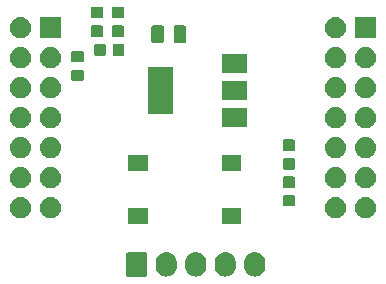
<source format=gbr>
G04 #@! TF.GenerationSoftware,KiCad,Pcbnew,6.0.0-rc1-unknown-bb2e402~66~ubuntu18.04.1*
G04 #@! TF.CreationDate,2019-04-16T15:47:46+02:00
G04 #@! TF.ProjectId,PentaESPConverter,50656e74-6145-4535-9043-6f6e76657274,rev?*
G04 #@! TF.SameCoordinates,Original*
G04 #@! TF.FileFunction,Soldermask,Bot*
G04 #@! TF.FilePolarity,Negative*
%FSLAX46Y46*%
G04 Gerber Fmt 4.6, Leading zero omitted, Abs format (unit mm)*
G04 Created by KiCad (PCBNEW 6.0.0-rc1-unknown-bb2e402~66~ubuntu18.04.1) date Di 16 Apr 2019 15:47:46 CEST*
%MOMM*%
%LPD*%
G04 APERTURE LIST*
%ADD10C,0.100000*%
G04 APERTURE END LIST*
D10*
G36*
X133169126Y-118621037D02*
G01*
X133282352Y-118655384D01*
X133338966Y-118672557D01*
X133495489Y-118756221D01*
X133632686Y-118868814D01*
X133715948Y-118970271D01*
X133745278Y-119006009D01*
X133745279Y-119006011D01*
X133828943Y-119162533D01*
X133846116Y-119219147D01*
X133880463Y-119332373D01*
X133893500Y-119464742D01*
X133893500Y-119803257D01*
X133880463Y-119935626D01*
X133828943Y-120105466D01*
X133745278Y-120261991D01*
X133745277Y-120261992D01*
X133632686Y-120399186D01*
X133537751Y-120477096D01*
X133495491Y-120511778D01*
X133495489Y-120511779D01*
X133338967Y-120595443D01*
X133298234Y-120607799D01*
X133169127Y-120646963D01*
X132992500Y-120664359D01*
X132815874Y-120646963D01*
X132686767Y-120607799D01*
X132646034Y-120595443D01*
X132489512Y-120511779D01*
X132489510Y-120511778D01*
X132352316Y-120399186D01*
X132352312Y-120399183D01*
X132239722Y-120261992D01*
X132156057Y-120105467D01*
X132138884Y-120048853D01*
X132104537Y-119935627D01*
X132091500Y-119803258D01*
X132091500Y-119464743D01*
X132104537Y-119332374D01*
X132156057Y-119162535D01*
X132156057Y-119162534D01*
X132239721Y-119006011D01*
X132352314Y-118868814D01*
X132453771Y-118785552D01*
X132489509Y-118756222D01*
X132507413Y-118746652D01*
X132646033Y-118672557D01*
X132702647Y-118655384D01*
X132815873Y-118621037D01*
X132992500Y-118603641D01*
X133169126Y-118621037D01*
X133169126Y-118621037D01*
G37*
G36*
X135669126Y-118621037D02*
G01*
X135782352Y-118655384D01*
X135838966Y-118672557D01*
X135995489Y-118756221D01*
X136132686Y-118868814D01*
X136215948Y-118970271D01*
X136245278Y-119006009D01*
X136245279Y-119006011D01*
X136328943Y-119162533D01*
X136346116Y-119219147D01*
X136380463Y-119332373D01*
X136393500Y-119464742D01*
X136393500Y-119803257D01*
X136380463Y-119935626D01*
X136328943Y-120105466D01*
X136245278Y-120261991D01*
X136245277Y-120261992D01*
X136132686Y-120399186D01*
X136037751Y-120477096D01*
X135995491Y-120511778D01*
X135995489Y-120511779D01*
X135838967Y-120595443D01*
X135798234Y-120607799D01*
X135669127Y-120646963D01*
X135492500Y-120664359D01*
X135315874Y-120646963D01*
X135186767Y-120607799D01*
X135146034Y-120595443D01*
X134989512Y-120511779D01*
X134989510Y-120511778D01*
X134852316Y-120399186D01*
X134852312Y-120399183D01*
X134739722Y-120261992D01*
X134656057Y-120105467D01*
X134638884Y-120048853D01*
X134604537Y-119935627D01*
X134591500Y-119803258D01*
X134591500Y-119464743D01*
X134604537Y-119332374D01*
X134656057Y-119162535D01*
X134656057Y-119162534D01*
X134739721Y-119006011D01*
X134852314Y-118868814D01*
X134953771Y-118785552D01*
X134989509Y-118756222D01*
X135007413Y-118746652D01*
X135146033Y-118672557D01*
X135202647Y-118655384D01*
X135315873Y-118621037D01*
X135492500Y-118603641D01*
X135669126Y-118621037D01*
X135669126Y-118621037D01*
G37*
G36*
X138169126Y-118621037D02*
G01*
X138282352Y-118655384D01*
X138338966Y-118672557D01*
X138495489Y-118756221D01*
X138632686Y-118868814D01*
X138715948Y-118970271D01*
X138745278Y-119006009D01*
X138745279Y-119006011D01*
X138828943Y-119162533D01*
X138846116Y-119219147D01*
X138880463Y-119332373D01*
X138893500Y-119464742D01*
X138893500Y-119803257D01*
X138880463Y-119935626D01*
X138828943Y-120105466D01*
X138745278Y-120261991D01*
X138745277Y-120261992D01*
X138632686Y-120399186D01*
X138537751Y-120477096D01*
X138495491Y-120511778D01*
X138495489Y-120511779D01*
X138338967Y-120595443D01*
X138298234Y-120607799D01*
X138169127Y-120646963D01*
X137992500Y-120664359D01*
X137815874Y-120646963D01*
X137686767Y-120607799D01*
X137646034Y-120595443D01*
X137489512Y-120511779D01*
X137489510Y-120511778D01*
X137352316Y-120399186D01*
X137352312Y-120399183D01*
X137239722Y-120261992D01*
X137156057Y-120105467D01*
X137138884Y-120048853D01*
X137104537Y-119935627D01*
X137091500Y-119803258D01*
X137091500Y-119464743D01*
X137104537Y-119332374D01*
X137156057Y-119162535D01*
X137156057Y-119162534D01*
X137239721Y-119006011D01*
X137352314Y-118868814D01*
X137453771Y-118785552D01*
X137489509Y-118756222D01*
X137507413Y-118746652D01*
X137646033Y-118672557D01*
X137702647Y-118655384D01*
X137815873Y-118621037D01*
X137992500Y-118603641D01*
X138169126Y-118621037D01*
X138169126Y-118621037D01*
G37*
G36*
X140669126Y-118621037D02*
G01*
X140782352Y-118655384D01*
X140838966Y-118672557D01*
X140995489Y-118756221D01*
X141132686Y-118868814D01*
X141215948Y-118970271D01*
X141245278Y-119006009D01*
X141245279Y-119006011D01*
X141328943Y-119162533D01*
X141346116Y-119219147D01*
X141380463Y-119332373D01*
X141393500Y-119464742D01*
X141393500Y-119803257D01*
X141380463Y-119935626D01*
X141328943Y-120105466D01*
X141245278Y-120261991D01*
X141245277Y-120261992D01*
X141132686Y-120399186D01*
X141037751Y-120477096D01*
X140995491Y-120511778D01*
X140995489Y-120511779D01*
X140838967Y-120595443D01*
X140798234Y-120607799D01*
X140669127Y-120646963D01*
X140492500Y-120664359D01*
X140315874Y-120646963D01*
X140186767Y-120607799D01*
X140146034Y-120595443D01*
X139989512Y-120511779D01*
X139989510Y-120511778D01*
X139852316Y-120399186D01*
X139852312Y-120399183D01*
X139739722Y-120261992D01*
X139656057Y-120105467D01*
X139638884Y-120048853D01*
X139604537Y-119935627D01*
X139591500Y-119803258D01*
X139591500Y-119464743D01*
X139604537Y-119332374D01*
X139656057Y-119162535D01*
X139656057Y-119162534D01*
X139739721Y-119006011D01*
X139852314Y-118868814D01*
X139953771Y-118785552D01*
X139989509Y-118756222D01*
X140007413Y-118746652D01*
X140146033Y-118672557D01*
X140202647Y-118655384D01*
X140315873Y-118621037D01*
X140492500Y-118603641D01*
X140669126Y-118621037D01*
X140669126Y-118621037D01*
G37*
G36*
X131251100Y-118611989D02*
G01*
X131284149Y-118622014D01*
X131314606Y-118638294D01*
X131341299Y-118660201D01*
X131363206Y-118686894D01*
X131379486Y-118717351D01*
X131389511Y-118750400D01*
X131393500Y-118790904D01*
X131393500Y-120477096D01*
X131389511Y-120517600D01*
X131379486Y-120550649D01*
X131363206Y-120581106D01*
X131341299Y-120607799D01*
X131314606Y-120629706D01*
X131284149Y-120645986D01*
X131251100Y-120656011D01*
X131210596Y-120660000D01*
X129774404Y-120660000D01*
X129733900Y-120656011D01*
X129700851Y-120645986D01*
X129670394Y-120629706D01*
X129643701Y-120607799D01*
X129621794Y-120581106D01*
X129605514Y-120550649D01*
X129595489Y-120517600D01*
X129591500Y-120477096D01*
X129591500Y-118790904D01*
X129595489Y-118750400D01*
X129605514Y-118717351D01*
X129621794Y-118686894D01*
X129643701Y-118660201D01*
X129670394Y-118638294D01*
X129700851Y-118622014D01*
X129733900Y-118611989D01*
X129774404Y-118608000D01*
X131210596Y-118608000D01*
X131251100Y-118611989D01*
X131251100Y-118611989D01*
G37*
G36*
X139357500Y-116235000D02*
G01*
X137705500Y-116235000D01*
X137705500Y-114833000D01*
X139357500Y-114833000D01*
X139357500Y-116235000D01*
X139357500Y-116235000D01*
G37*
G36*
X131407500Y-116235000D02*
G01*
X129755500Y-116235000D01*
X129755500Y-114833000D01*
X131407500Y-114833000D01*
X131407500Y-116235000D01*
X131407500Y-116235000D01*
G37*
G36*
X149970442Y-113913518D02*
G01*
X150036627Y-113920037D01*
X150117597Y-113944599D01*
X150206467Y-113971557D01*
X150245180Y-113992250D01*
X150362991Y-114055222D01*
X150398729Y-114084552D01*
X150500186Y-114167814D01*
X150583448Y-114269271D01*
X150612778Y-114305009D01*
X150612779Y-114305011D01*
X150696443Y-114461533D01*
X150696443Y-114461534D01*
X150747963Y-114631373D01*
X150765359Y-114808000D01*
X150747963Y-114984627D01*
X150713616Y-115097853D01*
X150696443Y-115154467D01*
X150622348Y-115293087D01*
X150612778Y-115310991D01*
X150583448Y-115346729D01*
X150500186Y-115448186D01*
X150398729Y-115531448D01*
X150362991Y-115560778D01*
X150362989Y-115560779D01*
X150206467Y-115644443D01*
X150149853Y-115661616D01*
X150036627Y-115695963D01*
X149970442Y-115702482D01*
X149904260Y-115709000D01*
X149815740Y-115709000D01*
X149749558Y-115702482D01*
X149683373Y-115695963D01*
X149570147Y-115661616D01*
X149513533Y-115644443D01*
X149357011Y-115560779D01*
X149357009Y-115560778D01*
X149321271Y-115531448D01*
X149219814Y-115448186D01*
X149136552Y-115346729D01*
X149107222Y-115310991D01*
X149097652Y-115293087D01*
X149023557Y-115154467D01*
X149006384Y-115097853D01*
X148972037Y-114984627D01*
X148954641Y-114808000D01*
X148972037Y-114631373D01*
X149023557Y-114461534D01*
X149023557Y-114461533D01*
X149107221Y-114305011D01*
X149107222Y-114305009D01*
X149136552Y-114269271D01*
X149219814Y-114167814D01*
X149321271Y-114084552D01*
X149357009Y-114055222D01*
X149474820Y-113992250D01*
X149513533Y-113971557D01*
X149602403Y-113944599D01*
X149683373Y-113920037D01*
X149749558Y-113913518D01*
X149815740Y-113907000D01*
X149904260Y-113907000D01*
X149970442Y-113913518D01*
X149970442Y-113913518D01*
G37*
G36*
X147430442Y-113913518D02*
G01*
X147496627Y-113920037D01*
X147577597Y-113944599D01*
X147666467Y-113971557D01*
X147705180Y-113992250D01*
X147822991Y-114055222D01*
X147858729Y-114084552D01*
X147960186Y-114167814D01*
X148043448Y-114269271D01*
X148072778Y-114305009D01*
X148072779Y-114305011D01*
X148156443Y-114461533D01*
X148156443Y-114461534D01*
X148207963Y-114631373D01*
X148225359Y-114808000D01*
X148207963Y-114984627D01*
X148173616Y-115097853D01*
X148156443Y-115154467D01*
X148082348Y-115293087D01*
X148072778Y-115310991D01*
X148043448Y-115346729D01*
X147960186Y-115448186D01*
X147858729Y-115531448D01*
X147822991Y-115560778D01*
X147822989Y-115560779D01*
X147666467Y-115644443D01*
X147609853Y-115661616D01*
X147496627Y-115695963D01*
X147430442Y-115702482D01*
X147364260Y-115709000D01*
X147275740Y-115709000D01*
X147209558Y-115702482D01*
X147143373Y-115695963D01*
X147030147Y-115661616D01*
X146973533Y-115644443D01*
X146817011Y-115560779D01*
X146817009Y-115560778D01*
X146781271Y-115531448D01*
X146679814Y-115448186D01*
X146596552Y-115346729D01*
X146567222Y-115310991D01*
X146557652Y-115293087D01*
X146483557Y-115154467D01*
X146466384Y-115097853D01*
X146432037Y-114984627D01*
X146414641Y-114808000D01*
X146432037Y-114631373D01*
X146483557Y-114461534D01*
X146483557Y-114461533D01*
X146567221Y-114305011D01*
X146567222Y-114305009D01*
X146596552Y-114269271D01*
X146679814Y-114167814D01*
X146781271Y-114084552D01*
X146817009Y-114055222D01*
X146934820Y-113992250D01*
X146973533Y-113971557D01*
X147062403Y-113944599D01*
X147143373Y-113920037D01*
X147209558Y-113913518D01*
X147275740Y-113907000D01*
X147364260Y-113907000D01*
X147430442Y-113913518D01*
X147430442Y-113913518D01*
G37*
G36*
X120760442Y-113913518D02*
G01*
X120826627Y-113920037D01*
X120907597Y-113944599D01*
X120996467Y-113971557D01*
X121035180Y-113992250D01*
X121152991Y-114055222D01*
X121188729Y-114084552D01*
X121290186Y-114167814D01*
X121373448Y-114269271D01*
X121402778Y-114305009D01*
X121402779Y-114305011D01*
X121486443Y-114461533D01*
X121486443Y-114461534D01*
X121537963Y-114631373D01*
X121555359Y-114808000D01*
X121537963Y-114984627D01*
X121503616Y-115097853D01*
X121486443Y-115154467D01*
X121412348Y-115293087D01*
X121402778Y-115310991D01*
X121373448Y-115346729D01*
X121290186Y-115448186D01*
X121188729Y-115531448D01*
X121152991Y-115560778D01*
X121152989Y-115560779D01*
X120996467Y-115644443D01*
X120939853Y-115661616D01*
X120826627Y-115695963D01*
X120760442Y-115702482D01*
X120694260Y-115709000D01*
X120605740Y-115709000D01*
X120539558Y-115702482D01*
X120473373Y-115695963D01*
X120360147Y-115661616D01*
X120303533Y-115644443D01*
X120147011Y-115560779D01*
X120147009Y-115560778D01*
X120111271Y-115531448D01*
X120009814Y-115448186D01*
X119926552Y-115346729D01*
X119897222Y-115310991D01*
X119887652Y-115293087D01*
X119813557Y-115154467D01*
X119796384Y-115097853D01*
X119762037Y-114984627D01*
X119744641Y-114808000D01*
X119762037Y-114631373D01*
X119813557Y-114461534D01*
X119813557Y-114461533D01*
X119897221Y-114305011D01*
X119897222Y-114305009D01*
X119926552Y-114269271D01*
X120009814Y-114167814D01*
X120111271Y-114084552D01*
X120147009Y-114055222D01*
X120264820Y-113992250D01*
X120303533Y-113971557D01*
X120392403Y-113944599D01*
X120473373Y-113920037D01*
X120539558Y-113913518D01*
X120605740Y-113907000D01*
X120694260Y-113907000D01*
X120760442Y-113913518D01*
X120760442Y-113913518D01*
G37*
G36*
X123300442Y-113913518D02*
G01*
X123366627Y-113920037D01*
X123447597Y-113944599D01*
X123536467Y-113971557D01*
X123575180Y-113992250D01*
X123692991Y-114055222D01*
X123728729Y-114084552D01*
X123830186Y-114167814D01*
X123913448Y-114269271D01*
X123942778Y-114305009D01*
X123942779Y-114305011D01*
X124026443Y-114461533D01*
X124026443Y-114461534D01*
X124077963Y-114631373D01*
X124095359Y-114808000D01*
X124077963Y-114984627D01*
X124043616Y-115097853D01*
X124026443Y-115154467D01*
X123952348Y-115293087D01*
X123942778Y-115310991D01*
X123913448Y-115346729D01*
X123830186Y-115448186D01*
X123728729Y-115531448D01*
X123692991Y-115560778D01*
X123692989Y-115560779D01*
X123536467Y-115644443D01*
X123479853Y-115661616D01*
X123366627Y-115695963D01*
X123300442Y-115702482D01*
X123234260Y-115709000D01*
X123145740Y-115709000D01*
X123079558Y-115702482D01*
X123013373Y-115695963D01*
X122900147Y-115661616D01*
X122843533Y-115644443D01*
X122687011Y-115560779D01*
X122687009Y-115560778D01*
X122651271Y-115531448D01*
X122549814Y-115448186D01*
X122466552Y-115346729D01*
X122437222Y-115310991D01*
X122427652Y-115293087D01*
X122353557Y-115154467D01*
X122336384Y-115097853D01*
X122302037Y-114984627D01*
X122284641Y-114808000D01*
X122302037Y-114631373D01*
X122353557Y-114461534D01*
X122353557Y-114461533D01*
X122437221Y-114305011D01*
X122437222Y-114305009D01*
X122466552Y-114269271D01*
X122549814Y-114167814D01*
X122651271Y-114084552D01*
X122687009Y-114055222D01*
X122804820Y-113992250D01*
X122843533Y-113971557D01*
X122932403Y-113944599D01*
X123013373Y-113920037D01*
X123079558Y-113913518D01*
X123145740Y-113907000D01*
X123234260Y-113907000D01*
X123300442Y-113913518D01*
X123300442Y-113913518D01*
G37*
G36*
X143762591Y-113752085D02*
G01*
X143796569Y-113762393D01*
X143827887Y-113779133D01*
X143855339Y-113801661D01*
X143877867Y-113829113D01*
X143894607Y-113860431D01*
X143904915Y-113894409D01*
X143909000Y-113935890D01*
X143909000Y-114537110D01*
X143904915Y-114578591D01*
X143894607Y-114612569D01*
X143877867Y-114643887D01*
X143855339Y-114671339D01*
X143827887Y-114693867D01*
X143796569Y-114710607D01*
X143762591Y-114720915D01*
X143721110Y-114725000D01*
X143044890Y-114725000D01*
X143003409Y-114720915D01*
X142969431Y-114710607D01*
X142938113Y-114693867D01*
X142910661Y-114671339D01*
X142888133Y-114643887D01*
X142871393Y-114612569D01*
X142861085Y-114578591D01*
X142857000Y-114537110D01*
X142857000Y-113935890D01*
X142861085Y-113894409D01*
X142871393Y-113860431D01*
X142888133Y-113829113D01*
X142910661Y-113801661D01*
X142938113Y-113779133D01*
X142969431Y-113762393D01*
X143003409Y-113752085D01*
X143044890Y-113748000D01*
X143721110Y-113748000D01*
X143762591Y-113752085D01*
X143762591Y-113752085D01*
G37*
G36*
X120760443Y-111373519D02*
G01*
X120826627Y-111380037D01*
X120906944Y-111404401D01*
X120996467Y-111431557D01*
X121103127Y-111488569D01*
X121152991Y-111515222D01*
X121158675Y-111519887D01*
X121290186Y-111627814D01*
X121373448Y-111729271D01*
X121402778Y-111765009D01*
X121402779Y-111765011D01*
X121486443Y-111921533D01*
X121486443Y-111921534D01*
X121537963Y-112091373D01*
X121555359Y-112268000D01*
X121537963Y-112444627D01*
X121503616Y-112557853D01*
X121486443Y-112614467D01*
X121412348Y-112753087D01*
X121402778Y-112770991D01*
X121373448Y-112806729D01*
X121290186Y-112908186D01*
X121224478Y-112962110D01*
X121152991Y-113020778D01*
X121152989Y-113020779D01*
X120996467Y-113104443D01*
X120939853Y-113121616D01*
X120826627Y-113155963D01*
X120760442Y-113162482D01*
X120694260Y-113169000D01*
X120605740Y-113169000D01*
X120539558Y-113162482D01*
X120473373Y-113155963D01*
X120360147Y-113121616D01*
X120303533Y-113104443D01*
X120147011Y-113020779D01*
X120147009Y-113020778D01*
X120075522Y-112962110D01*
X120009814Y-112908186D01*
X119926552Y-112806729D01*
X119897222Y-112770991D01*
X119887652Y-112753087D01*
X119813557Y-112614467D01*
X119796384Y-112557853D01*
X119762037Y-112444627D01*
X119744641Y-112268000D01*
X119762037Y-112091373D01*
X119813557Y-111921534D01*
X119813557Y-111921533D01*
X119897221Y-111765011D01*
X119897222Y-111765009D01*
X119926552Y-111729271D01*
X120009814Y-111627814D01*
X120141325Y-111519887D01*
X120147009Y-111515222D01*
X120196873Y-111488569D01*
X120303533Y-111431557D01*
X120393056Y-111404401D01*
X120473373Y-111380037D01*
X120539557Y-111373519D01*
X120605740Y-111367000D01*
X120694260Y-111367000D01*
X120760443Y-111373519D01*
X120760443Y-111373519D01*
G37*
G36*
X147430443Y-111373519D02*
G01*
X147496627Y-111380037D01*
X147576944Y-111404401D01*
X147666467Y-111431557D01*
X147773127Y-111488569D01*
X147822991Y-111515222D01*
X147828675Y-111519887D01*
X147960186Y-111627814D01*
X148043448Y-111729271D01*
X148072778Y-111765009D01*
X148072779Y-111765011D01*
X148156443Y-111921533D01*
X148156443Y-111921534D01*
X148207963Y-112091373D01*
X148225359Y-112268000D01*
X148207963Y-112444627D01*
X148173616Y-112557853D01*
X148156443Y-112614467D01*
X148082348Y-112753087D01*
X148072778Y-112770991D01*
X148043448Y-112806729D01*
X147960186Y-112908186D01*
X147894478Y-112962110D01*
X147822991Y-113020778D01*
X147822989Y-113020779D01*
X147666467Y-113104443D01*
X147609853Y-113121616D01*
X147496627Y-113155963D01*
X147430442Y-113162482D01*
X147364260Y-113169000D01*
X147275740Y-113169000D01*
X147209558Y-113162482D01*
X147143373Y-113155963D01*
X147030147Y-113121616D01*
X146973533Y-113104443D01*
X146817011Y-113020779D01*
X146817009Y-113020778D01*
X146745522Y-112962110D01*
X146679814Y-112908186D01*
X146596552Y-112806729D01*
X146567222Y-112770991D01*
X146557652Y-112753087D01*
X146483557Y-112614467D01*
X146466384Y-112557853D01*
X146432037Y-112444627D01*
X146414641Y-112268000D01*
X146432037Y-112091373D01*
X146483557Y-111921534D01*
X146483557Y-111921533D01*
X146567221Y-111765011D01*
X146567222Y-111765009D01*
X146596552Y-111729271D01*
X146679814Y-111627814D01*
X146811325Y-111519887D01*
X146817009Y-111515222D01*
X146866873Y-111488569D01*
X146973533Y-111431557D01*
X147063056Y-111404401D01*
X147143373Y-111380037D01*
X147209557Y-111373519D01*
X147275740Y-111367000D01*
X147364260Y-111367000D01*
X147430443Y-111373519D01*
X147430443Y-111373519D01*
G37*
G36*
X149970443Y-111373519D02*
G01*
X150036627Y-111380037D01*
X150116944Y-111404401D01*
X150206467Y-111431557D01*
X150313127Y-111488569D01*
X150362991Y-111515222D01*
X150368675Y-111519887D01*
X150500186Y-111627814D01*
X150583448Y-111729271D01*
X150612778Y-111765009D01*
X150612779Y-111765011D01*
X150696443Y-111921533D01*
X150696443Y-111921534D01*
X150747963Y-112091373D01*
X150765359Y-112268000D01*
X150747963Y-112444627D01*
X150713616Y-112557853D01*
X150696443Y-112614467D01*
X150622348Y-112753087D01*
X150612778Y-112770991D01*
X150583448Y-112806729D01*
X150500186Y-112908186D01*
X150434478Y-112962110D01*
X150362991Y-113020778D01*
X150362989Y-113020779D01*
X150206467Y-113104443D01*
X150149853Y-113121616D01*
X150036627Y-113155963D01*
X149970442Y-113162482D01*
X149904260Y-113169000D01*
X149815740Y-113169000D01*
X149749558Y-113162482D01*
X149683373Y-113155963D01*
X149570147Y-113121616D01*
X149513533Y-113104443D01*
X149357011Y-113020779D01*
X149357009Y-113020778D01*
X149285522Y-112962110D01*
X149219814Y-112908186D01*
X149136552Y-112806729D01*
X149107222Y-112770991D01*
X149097652Y-112753087D01*
X149023557Y-112614467D01*
X149006384Y-112557853D01*
X148972037Y-112444627D01*
X148954641Y-112268000D01*
X148972037Y-112091373D01*
X149023557Y-111921534D01*
X149023557Y-111921533D01*
X149107221Y-111765011D01*
X149107222Y-111765009D01*
X149136552Y-111729271D01*
X149219814Y-111627814D01*
X149351325Y-111519887D01*
X149357009Y-111515222D01*
X149406873Y-111488569D01*
X149513533Y-111431557D01*
X149603056Y-111404401D01*
X149683373Y-111380037D01*
X149749557Y-111373519D01*
X149815740Y-111367000D01*
X149904260Y-111367000D01*
X149970443Y-111373519D01*
X149970443Y-111373519D01*
G37*
G36*
X123300443Y-111373519D02*
G01*
X123366627Y-111380037D01*
X123446944Y-111404401D01*
X123536467Y-111431557D01*
X123643127Y-111488569D01*
X123692991Y-111515222D01*
X123698675Y-111519887D01*
X123830186Y-111627814D01*
X123913448Y-111729271D01*
X123942778Y-111765009D01*
X123942779Y-111765011D01*
X124026443Y-111921533D01*
X124026443Y-111921534D01*
X124077963Y-112091373D01*
X124095359Y-112268000D01*
X124077963Y-112444627D01*
X124043616Y-112557853D01*
X124026443Y-112614467D01*
X123952348Y-112753087D01*
X123942778Y-112770991D01*
X123913448Y-112806729D01*
X123830186Y-112908186D01*
X123764478Y-112962110D01*
X123692991Y-113020778D01*
X123692989Y-113020779D01*
X123536467Y-113104443D01*
X123479853Y-113121616D01*
X123366627Y-113155963D01*
X123300442Y-113162482D01*
X123234260Y-113169000D01*
X123145740Y-113169000D01*
X123079558Y-113162482D01*
X123013373Y-113155963D01*
X122900147Y-113121616D01*
X122843533Y-113104443D01*
X122687011Y-113020779D01*
X122687009Y-113020778D01*
X122615522Y-112962110D01*
X122549814Y-112908186D01*
X122466552Y-112806729D01*
X122437222Y-112770991D01*
X122427652Y-112753087D01*
X122353557Y-112614467D01*
X122336384Y-112557853D01*
X122302037Y-112444627D01*
X122284641Y-112268000D01*
X122302037Y-112091373D01*
X122353557Y-111921534D01*
X122353557Y-111921533D01*
X122437221Y-111765011D01*
X122437222Y-111765009D01*
X122466552Y-111729271D01*
X122549814Y-111627814D01*
X122681325Y-111519887D01*
X122687009Y-111515222D01*
X122736873Y-111488569D01*
X122843533Y-111431557D01*
X122933056Y-111404401D01*
X123013373Y-111380037D01*
X123079557Y-111373519D01*
X123145740Y-111367000D01*
X123234260Y-111367000D01*
X123300443Y-111373519D01*
X123300443Y-111373519D01*
G37*
G36*
X143762591Y-112177085D02*
G01*
X143796569Y-112187393D01*
X143827887Y-112204133D01*
X143855339Y-112226661D01*
X143877867Y-112254113D01*
X143894607Y-112285431D01*
X143904915Y-112319409D01*
X143909000Y-112360890D01*
X143909000Y-112962110D01*
X143904915Y-113003591D01*
X143894607Y-113037569D01*
X143877867Y-113068887D01*
X143855339Y-113096339D01*
X143827887Y-113118867D01*
X143796569Y-113135607D01*
X143762591Y-113145915D01*
X143721110Y-113150000D01*
X143044890Y-113150000D01*
X143003409Y-113145915D01*
X142969431Y-113135607D01*
X142938113Y-113118867D01*
X142910661Y-113096339D01*
X142888133Y-113068887D01*
X142871393Y-113037569D01*
X142861085Y-113003591D01*
X142857000Y-112962110D01*
X142857000Y-112360890D01*
X142861085Y-112319409D01*
X142871393Y-112285431D01*
X142888133Y-112254113D01*
X142910661Y-112226661D01*
X142938113Y-112204133D01*
X142969431Y-112187393D01*
X143003409Y-112177085D01*
X143044890Y-112173000D01*
X143721110Y-112173000D01*
X143762591Y-112177085D01*
X143762591Y-112177085D01*
G37*
G36*
X139357500Y-111735000D02*
G01*
X137705500Y-111735000D01*
X137705500Y-110333000D01*
X139357500Y-110333000D01*
X139357500Y-111735000D01*
X139357500Y-111735000D01*
G37*
G36*
X131407500Y-111735000D02*
G01*
X129755500Y-111735000D01*
X129755500Y-110333000D01*
X131407500Y-110333000D01*
X131407500Y-111735000D01*
X131407500Y-111735000D01*
G37*
G36*
X143762591Y-110628085D02*
G01*
X143796569Y-110638393D01*
X143827887Y-110655133D01*
X143855339Y-110677661D01*
X143877867Y-110705113D01*
X143894607Y-110736431D01*
X143904915Y-110770409D01*
X143909000Y-110811890D01*
X143909000Y-111413110D01*
X143904915Y-111454591D01*
X143894607Y-111488569D01*
X143877867Y-111519887D01*
X143855339Y-111547339D01*
X143827887Y-111569867D01*
X143796569Y-111586607D01*
X143762591Y-111596915D01*
X143721110Y-111601000D01*
X143044890Y-111601000D01*
X143003409Y-111596915D01*
X142969431Y-111586607D01*
X142938113Y-111569867D01*
X142910661Y-111547339D01*
X142888133Y-111519887D01*
X142871393Y-111488569D01*
X142861085Y-111454591D01*
X142857000Y-111413110D01*
X142857000Y-110811890D01*
X142861085Y-110770409D01*
X142871393Y-110736431D01*
X142888133Y-110705113D01*
X142910661Y-110677661D01*
X142938113Y-110655133D01*
X142969431Y-110638393D01*
X143003409Y-110628085D01*
X143044890Y-110624000D01*
X143721110Y-110624000D01*
X143762591Y-110628085D01*
X143762591Y-110628085D01*
G37*
G36*
X120760443Y-108833519D02*
G01*
X120826627Y-108840037D01*
X120939853Y-108874384D01*
X120996467Y-108891557D01*
X121135087Y-108965652D01*
X121152991Y-108975222D01*
X121188729Y-109004552D01*
X121290186Y-109087814D01*
X121350601Y-109161431D01*
X121402778Y-109225009D01*
X121402779Y-109225011D01*
X121486443Y-109381533D01*
X121486443Y-109381534D01*
X121537963Y-109551373D01*
X121555359Y-109728000D01*
X121537963Y-109904627D01*
X121525750Y-109944887D01*
X121486443Y-110074467D01*
X121412348Y-110213087D01*
X121402778Y-110230991D01*
X121373448Y-110266729D01*
X121290186Y-110368186D01*
X121188729Y-110451448D01*
X121152991Y-110480778D01*
X121152989Y-110480779D01*
X120996467Y-110564443D01*
X120939853Y-110581616D01*
X120826627Y-110615963D01*
X120760442Y-110622482D01*
X120694260Y-110629000D01*
X120605740Y-110629000D01*
X120539558Y-110622482D01*
X120473373Y-110615963D01*
X120360147Y-110581616D01*
X120303533Y-110564443D01*
X120147011Y-110480779D01*
X120147009Y-110480778D01*
X120111271Y-110451448D01*
X120009814Y-110368186D01*
X119926552Y-110266729D01*
X119897222Y-110230991D01*
X119887652Y-110213087D01*
X119813557Y-110074467D01*
X119774250Y-109944887D01*
X119762037Y-109904627D01*
X119744641Y-109728000D01*
X119762037Y-109551373D01*
X119813557Y-109381534D01*
X119813557Y-109381533D01*
X119897221Y-109225011D01*
X119897222Y-109225009D01*
X119949399Y-109161431D01*
X120009814Y-109087814D01*
X120111271Y-109004552D01*
X120147009Y-108975222D01*
X120164913Y-108965652D01*
X120303533Y-108891557D01*
X120360147Y-108874384D01*
X120473373Y-108840037D01*
X120539557Y-108833519D01*
X120605740Y-108827000D01*
X120694260Y-108827000D01*
X120760443Y-108833519D01*
X120760443Y-108833519D01*
G37*
G36*
X123300443Y-108833519D02*
G01*
X123366627Y-108840037D01*
X123479853Y-108874384D01*
X123536467Y-108891557D01*
X123675087Y-108965652D01*
X123692991Y-108975222D01*
X123728729Y-109004552D01*
X123830186Y-109087814D01*
X123890601Y-109161431D01*
X123942778Y-109225009D01*
X123942779Y-109225011D01*
X124026443Y-109381533D01*
X124026443Y-109381534D01*
X124077963Y-109551373D01*
X124095359Y-109728000D01*
X124077963Y-109904627D01*
X124065750Y-109944887D01*
X124026443Y-110074467D01*
X123952348Y-110213087D01*
X123942778Y-110230991D01*
X123913448Y-110266729D01*
X123830186Y-110368186D01*
X123728729Y-110451448D01*
X123692991Y-110480778D01*
X123692989Y-110480779D01*
X123536467Y-110564443D01*
X123479853Y-110581616D01*
X123366627Y-110615963D01*
X123300442Y-110622482D01*
X123234260Y-110629000D01*
X123145740Y-110629000D01*
X123079558Y-110622482D01*
X123013373Y-110615963D01*
X122900147Y-110581616D01*
X122843533Y-110564443D01*
X122687011Y-110480779D01*
X122687009Y-110480778D01*
X122651271Y-110451448D01*
X122549814Y-110368186D01*
X122466552Y-110266729D01*
X122437222Y-110230991D01*
X122427652Y-110213087D01*
X122353557Y-110074467D01*
X122314250Y-109944887D01*
X122302037Y-109904627D01*
X122284641Y-109728000D01*
X122302037Y-109551373D01*
X122353557Y-109381534D01*
X122353557Y-109381533D01*
X122437221Y-109225011D01*
X122437222Y-109225009D01*
X122489399Y-109161431D01*
X122549814Y-109087814D01*
X122651271Y-109004552D01*
X122687009Y-108975222D01*
X122704913Y-108965652D01*
X122843533Y-108891557D01*
X122900147Y-108874384D01*
X123013373Y-108840037D01*
X123079557Y-108833519D01*
X123145740Y-108827000D01*
X123234260Y-108827000D01*
X123300443Y-108833519D01*
X123300443Y-108833519D01*
G37*
G36*
X149970443Y-108833519D02*
G01*
X150036627Y-108840037D01*
X150149853Y-108874384D01*
X150206467Y-108891557D01*
X150345087Y-108965652D01*
X150362991Y-108975222D01*
X150398729Y-109004552D01*
X150500186Y-109087814D01*
X150560601Y-109161431D01*
X150612778Y-109225009D01*
X150612779Y-109225011D01*
X150696443Y-109381533D01*
X150696443Y-109381534D01*
X150747963Y-109551373D01*
X150765359Y-109728000D01*
X150747963Y-109904627D01*
X150735750Y-109944887D01*
X150696443Y-110074467D01*
X150622348Y-110213087D01*
X150612778Y-110230991D01*
X150583448Y-110266729D01*
X150500186Y-110368186D01*
X150398729Y-110451448D01*
X150362991Y-110480778D01*
X150362989Y-110480779D01*
X150206467Y-110564443D01*
X150149853Y-110581616D01*
X150036627Y-110615963D01*
X149970442Y-110622482D01*
X149904260Y-110629000D01*
X149815740Y-110629000D01*
X149749558Y-110622482D01*
X149683373Y-110615963D01*
X149570147Y-110581616D01*
X149513533Y-110564443D01*
X149357011Y-110480779D01*
X149357009Y-110480778D01*
X149321271Y-110451448D01*
X149219814Y-110368186D01*
X149136552Y-110266729D01*
X149107222Y-110230991D01*
X149097652Y-110213087D01*
X149023557Y-110074467D01*
X148984250Y-109944887D01*
X148972037Y-109904627D01*
X148954641Y-109728000D01*
X148972037Y-109551373D01*
X149023557Y-109381534D01*
X149023557Y-109381533D01*
X149107221Y-109225011D01*
X149107222Y-109225009D01*
X149159399Y-109161431D01*
X149219814Y-109087814D01*
X149321271Y-109004552D01*
X149357009Y-108975222D01*
X149374913Y-108965652D01*
X149513533Y-108891557D01*
X149570147Y-108874384D01*
X149683373Y-108840037D01*
X149749557Y-108833519D01*
X149815740Y-108827000D01*
X149904260Y-108827000D01*
X149970443Y-108833519D01*
X149970443Y-108833519D01*
G37*
G36*
X147430443Y-108833519D02*
G01*
X147496627Y-108840037D01*
X147609853Y-108874384D01*
X147666467Y-108891557D01*
X147805087Y-108965652D01*
X147822991Y-108975222D01*
X147858729Y-109004552D01*
X147960186Y-109087814D01*
X148020601Y-109161431D01*
X148072778Y-109225009D01*
X148072779Y-109225011D01*
X148156443Y-109381533D01*
X148156443Y-109381534D01*
X148207963Y-109551373D01*
X148225359Y-109728000D01*
X148207963Y-109904627D01*
X148195750Y-109944887D01*
X148156443Y-110074467D01*
X148082348Y-110213087D01*
X148072778Y-110230991D01*
X148043448Y-110266729D01*
X147960186Y-110368186D01*
X147858729Y-110451448D01*
X147822991Y-110480778D01*
X147822989Y-110480779D01*
X147666467Y-110564443D01*
X147609853Y-110581616D01*
X147496627Y-110615963D01*
X147430442Y-110622482D01*
X147364260Y-110629000D01*
X147275740Y-110629000D01*
X147209558Y-110622482D01*
X147143373Y-110615963D01*
X147030147Y-110581616D01*
X146973533Y-110564443D01*
X146817011Y-110480779D01*
X146817009Y-110480778D01*
X146781271Y-110451448D01*
X146679814Y-110368186D01*
X146596552Y-110266729D01*
X146567222Y-110230991D01*
X146557652Y-110213087D01*
X146483557Y-110074467D01*
X146444250Y-109944887D01*
X146432037Y-109904627D01*
X146414641Y-109728000D01*
X146432037Y-109551373D01*
X146483557Y-109381534D01*
X146483557Y-109381533D01*
X146567221Y-109225011D01*
X146567222Y-109225009D01*
X146619399Y-109161431D01*
X146679814Y-109087814D01*
X146781271Y-109004552D01*
X146817009Y-108975222D01*
X146834913Y-108965652D01*
X146973533Y-108891557D01*
X147030147Y-108874384D01*
X147143373Y-108840037D01*
X147209557Y-108833519D01*
X147275740Y-108827000D01*
X147364260Y-108827000D01*
X147430443Y-108833519D01*
X147430443Y-108833519D01*
G37*
G36*
X143762591Y-109053085D02*
G01*
X143796569Y-109063393D01*
X143827887Y-109080133D01*
X143855339Y-109102661D01*
X143877867Y-109130113D01*
X143894607Y-109161431D01*
X143904915Y-109195409D01*
X143909000Y-109236890D01*
X143909000Y-109838110D01*
X143904915Y-109879591D01*
X143894607Y-109913569D01*
X143877867Y-109944887D01*
X143855339Y-109972339D01*
X143827887Y-109994867D01*
X143796569Y-110011607D01*
X143762591Y-110021915D01*
X143721110Y-110026000D01*
X143044890Y-110026000D01*
X143003409Y-110021915D01*
X142969431Y-110011607D01*
X142938113Y-109994867D01*
X142910661Y-109972339D01*
X142888133Y-109944887D01*
X142871393Y-109913569D01*
X142861085Y-109879591D01*
X142857000Y-109838110D01*
X142857000Y-109236890D01*
X142861085Y-109195409D01*
X142871393Y-109161431D01*
X142888133Y-109130113D01*
X142910661Y-109102661D01*
X142938113Y-109080133D01*
X142969431Y-109063393D01*
X143003409Y-109053085D01*
X143044890Y-109049000D01*
X143721110Y-109049000D01*
X143762591Y-109053085D01*
X143762591Y-109053085D01*
G37*
G36*
X123300442Y-106293518D02*
G01*
X123366627Y-106300037D01*
X123479853Y-106334384D01*
X123536467Y-106351557D01*
X123628967Y-106401000D01*
X123692991Y-106435222D01*
X123728729Y-106464552D01*
X123830186Y-106547814D01*
X123913448Y-106649271D01*
X123942778Y-106685009D01*
X123942779Y-106685011D01*
X124026443Y-106841533D01*
X124026443Y-106841534D01*
X124077963Y-107011373D01*
X124095359Y-107188000D01*
X124077963Y-107364627D01*
X124043616Y-107477853D01*
X124026443Y-107534467D01*
X123952348Y-107673087D01*
X123942778Y-107690991D01*
X123913448Y-107726729D01*
X123830186Y-107828186D01*
X123728729Y-107911448D01*
X123692991Y-107940778D01*
X123692989Y-107940779D01*
X123536467Y-108024443D01*
X123479853Y-108041616D01*
X123366627Y-108075963D01*
X123300442Y-108082482D01*
X123234260Y-108089000D01*
X123145740Y-108089000D01*
X123079558Y-108082482D01*
X123013373Y-108075963D01*
X122900147Y-108041616D01*
X122843533Y-108024443D01*
X122687011Y-107940779D01*
X122687009Y-107940778D01*
X122651271Y-107911448D01*
X122549814Y-107828186D01*
X122466552Y-107726729D01*
X122437222Y-107690991D01*
X122427652Y-107673087D01*
X122353557Y-107534467D01*
X122336384Y-107477853D01*
X122302037Y-107364627D01*
X122284641Y-107188000D01*
X122302037Y-107011373D01*
X122353557Y-106841534D01*
X122353557Y-106841533D01*
X122437221Y-106685011D01*
X122437222Y-106685009D01*
X122466552Y-106649271D01*
X122549814Y-106547814D01*
X122651271Y-106464552D01*
X122687009Y-106435222D01*
X122751033Y-106401000D01*
X122843533Y-106351557D01*
X122900147Y-106334384D01*
X123013373Y-106300037D01*
X123079558Y-106293518D01*
X123145740Y-106287000D01*
X123234260Y-106287000D01*
X123300442Y-106293518D01*
X123300442Y-106293518D01*
G37*
G36*
X149970442Y-106293518D02*
G01*
X150036627Y-106300037D01*
X150149853Y-106334384D01*
X150206467Y-106351557D01*
X150298967Y-106401000D01*
X150362991Y-106435222D01*
X150398729Y-106464552D01*
X150500186Y-106547814D01*
X150583448Y-106649271D01*
X150612778Y-106685009D01*
X150612779Y-106685011D01*
X150696443Y-106841533D01*
X150696443Y-106841534D01*
X150747963Y-107011373D01*
X150765359Y-107188000D01*
X150747963Y-107364627D01*
X150713616Y-107477853D01*
X150696443Y-107534467D01*
X150622348Y-107673087D01*
X150612778Y-107690991D01*
X150583448Y-107726729D01*
X150500186Y-107828186D01*
X150398729Y-107911448D01*
X150362991Y-107940778D01*
X150362989Y-107940779D01*
X150206467Y-108024443D01*
X150149853Y-108041616D01*
X150036627Y-108075963D01*
X149970442Y-108082482D01*
X149904260Y-108089000D01*
X149815740Y-108089000D01*
X149749558Y-108082482D01*
X149683373Y-108075963D01*
X149570147Y-108041616D01*
X149513533Y-108024443D01*
X149357011Y-107940779D01*
X149357009Y-107940778D01*
X149321271Y-107911448D01*
X149219814Y-107828186D01*
X149136552Y-107726729D01*
X149107222Y-107690991D01*
X149097652Y-107673087D01*
X149023557Y-107534467D01*
X149006384Y-107477853D01*
X148972037Y-107364627D01*
X148954641Y-107188000D01*
X148972037Y-107011373D01*
X149023557Y-106841534D01*
X149023557Y-106841533D01*
X149107221Y-106685011D01*
X149107222Y-106685009D01*
X149136552Y-106649271D01*
X149219814Y-106547814D01*
X149321271Y-106464552D01*
X149357009Y-106435222D01*
X149421033Y-106401000D01*
X149513533Y-106351557D01*
X149570147Y-106334384D01*
X149683373Y-106300037D01*
X149749558Y-106293518D01*
X149815740Y-106287000D01*
X149904260Y-106287000D01*
X149970442Y-106293518D01*
X149970442Y-106293518D01*
G37*
G36*
X147430442Y-106293518D02*
G01*
X147496627Y-106300037D01*
X147609853Y-106334384D01*
X147666467Y-106351557D01*
X147758967Y-106401000D01*
X147822991Y-106435222D01*
X147858729Y-106464552D01*
X147960186Y-106547814D01*
X148043448Y-106649271D01*
X148072778Y-106685009D01*
X148072779Y-106685011D01*
X148156443Y-106841533D01*
X148156443Y-106841534D01*
X148207963Y-107011373D01*
X148225359Y-107188000D01*
X148207963Y-107364627D01*
X148173616Y-107477853D01*
X148156443Y-107534467D01*
X148082348Y-107673087D01*
X148072778Y-107690991D01*
X148043448Y-107726729D01*
X147960186Y-107828186D01*
X147858729Y-107911448D01*
X147822991Y-107940778D01*
X147822989Y-107940779D01*
X147666467Y-108024443D01*
X147609853Y-108041616D01*
X147496627Y-108075963D01*
X147430442Y-108082482D01*
X147364260Y-108089000D01*
X147275740Y-108089000D01*
X147209558Y-108082482D01*
X147143373Y-108075963D01*
X147030147Y-108041616D01*
X146973533Y-108024443D01*
X146817011Y-107940779D01*
X146817009Y-107940778D01*
X146781271Y-107911448D01*
X146679814Y-107828186D01*
X146596552Y-107726729D01*
X146567222Y-107690991D01*
X146557652Y-107673087D01*
X146483557Y-107534467D01*
X146466384Y-107477853D01*
X146432037Y-107364627D01*
X146414641Y-107188000D01*
X146432037Y-107011373D01*
X146483557Y-106841534D01*
X146483557Y-106841533D01*
X146567221Y-106685011D01*
X146567222Y-106685009D01*
X146596552Y-106649271D01*
X146679814Y-106547814D01*
X146781271Y-106464552D01*
X146817009Y-106435222D01*
X146881033Y-106401000D01*
X146973533Y-106351557D01*
X147030147Y-106334384D01*
X147143373Y-106300037D01*
X147209558Y-106293518D01*
X147275740Y-106287000D01*
X147364260Y-106287000D01*
X147430442Y-106293518D01*
X147430442Y-106293518D01*
G37*
G36*
X120760442Y-106293518D02*
G01*
X120826627Y-106300037D01*
X120939853Y-106334384D01*
X120996467Y-106351557D01*
X121088967Y-106401000D01*
X121152991Y-106435222D01*
X121188729Y-106464552D01*
X121290186Y-106547814D01*
X121373448Y-106649271D01*
X121402778Y-106685009D01*
X121402779Y-106685011D01*
X121486443Y-106841533D01*
X121486443Y-106841534D01*
X121537963Y-107011373D01*
X121555359Y-107188000D01*
X121537963Y-107364627D01*
X121503616Y-107477853D01*
X121486443Y-107534467D01*
X121412348Y-107673087D01*
X121402778Y-107690991D01*
X121373448Y-107726729D01*
X121290186Y-107828186D01*
X121188729Y-107911448D01*
X121152991Y-107940778D01*
X121152989Y-107940779D01*
X120996467Y-108024443D01*
X120939853Y-108041616D01*
X120826627Y-108075963D01*
X120760442Y-108082482D01*
X120694260Y-108089000D01*
X120605740Y-108089000D01*
X120539558Y-108082482D01*
X120473373Y-108075963D01*
X120360147Y-108041616D01*
X120303533Y-108024443D01*
X120147011Y-107940779D01*
X120147009Y-107940778D01*
X120111271Y-107911448D01*
X120009814Y-107828186D01*
X119926552Y-107726729D01*
X119897222Y-107690991D01*
X119887652Y-107673087D01*
X119813557Y-107534467D01*
X119796384Y-107477853D01*
X119762037Y-107364627D01*
X119744641Y-107188000D01*
X119762037Y-107011373D01*
X119813557Y-106841534D01*
X119813557Y-106841533D01*
X119897221Y-106685011D01*
X119897222Y-106685009D01*
X119926552Y-106649271D01*
X120009814Y-106547814D01*
X120111271Y-106464552D01*
X120147009Y-106435222D01*
X120211033Y-106401000D01*
X120303533Y-106351557D01*
X120360147Y-106334384D01*
X120473373Y-106300037D01*
X120539558Y-106293518D01*
X120605740Y-106287000D01*
X120694260Y-106287000D01*
X120760442Y-106293518D01*
X120760442Y-106293518D01*
G37*
G36*
X139837000Y-108003000D02*
G01*
X137735000Y-108003000D01*
X137735000Y-106401000D01*
X139837000Y-106401000D01*
X139837000Y-108003000D01*
X139837000Y-108003000D01*
G37*
G36*
X133537000Y-106853000D02*
G01*
X131435000Y-106853000D01*
X131435000Y-102951000D01*
X133537000Y-102951000D01*
X133537000Y-106853000D01*
X133537000Y-106853000D01*
G37*
G36*
X139837000Y-105703000D02*
G01*
X137735000Y-105703000D01*
X137735000Y-104101000D01*
X139837000Y-104101000D01*
X139837000Y-105703000D01*
X139837000Y-105703000D01*
G37*
G36*
X120760442Y-103753518D02*
G01*
X120826627Y-103760037D01*
X120939853Y-103794384D01*
X120996467Y-103811557D01*
X121135087Y-103885652D01*
X121152991Y-103895222D01*
X121172705Y-103911401D01*
X121290186Y-104007814D01*
X121368554Y-104103307D01*
X121402778Y-104145009D01*
X121402779Y-104145011D01*
X121486443Y-104301533D01*
X121486443Y-104301534D01*
X121537963Y-104471373D01*
X121555359Y-104648000D01*
X121537963Y-104824627D01*
X121503616Y-104937853D01*
X121486443Y-104994467D01*
X121412348Y-105133087D01*
X121402778Y-105150991D01*
X121373448Y-105186729D01*
X121290186Y-105288186D01*
X121188729Y-105371448D01*
X121152991Y-105400778D01*
X121152989Y-105400779D01*
X120996467Y-105484443D01*
X120939853Y-105501616D01*
X120826627Y-105535963D01*
X120760442Y-105542482D01*
X120694260Y-105549000D01*
X120605740Y-105549000D01*
X120539558Y-105542482D01*
X120473373Y-105535963D01*
X120360147Y-105501616D01*
X120303533Y-105484443D01*
X120147011Y-105400779D01*
X120147009Y-105400778D01*
X120111271Y-105371448D01*
X120009814Y-105288186D01*
X119926552Y-105186729D01*
X119897222Y-105150991D01*
X119887652Y-105133087D01*
X119813557Y-104994467D01*
X119796384Y-104937853D01*
X119762037Y-104824627D01*
X119744641Y-104648000D01*
X119762037Y-104471373D01*
X119813557Y-104301534D01*
X119813557Y-104301533D01*
X119897221Y-104145011D01*
X119897222Y-104145009D01*
X119931446Y-104103307D01*
X120009814Y-104007814D01*
X120127295Y-103911401D01*
X120147009Y-103895222D01*
X120164913Y-103885652D01*
X120303533Y-103811557D01*
X120360147Y-103794384D01*
X120473373Y-103760037D01*
X120539558Y-103753518D01*
X120605740Y-103747000D01*
X120694260Y-103747000D01*
X120760442Y-103753518D01*
X120760442Y-103753518D01*
G37*
G36*
X149970442Y-103753518D02*
G01*
X150036627Y-103760037D01*
X150149853Y-103794384D01*
X150206467Y-103811557D01*
X150345087Y-103885652D01*
X150362991Y-103895222D01*
X150382705Y-103911401D01*
X150500186Y-104007814D01*
X150578554Y-104103307D01*
X150612778Y-104145009D01*
X150612779Y-104145011D01*
X150696443Y-104301533D01*
X150696443Y-104301534D01*
X150747963Y-104471373D01*
X150765359Y-104648000D01*
X150747963Y-104824627D01*
X150713616Y-104937853D01*
X150696443Y-104994467D01*
X150622348Y-105133087D01*
X150612778Y-105150991D01*
X150583448Y-105186729D01*
X150500186Y-105288186D01*
X150398729Y-105371448D01*
X150362991Y-105400778D01*
X150362989Y-105400779D01*
X150206467Y-105484443D01*
X150149853Y-105501616D01*
X150036627Y-105535963D01*
X149970442Y-105542482D01*
X149904260Y-105549000D01*
X149815740Y-105549000D01*
X149749558Y-105542482D01*
X149683373Y-105535963D01*
X149570147Y-105501616D01*
X149513533Y-105484443D01*
X149357011Y-105400779D01*
X149357009Y-105400778D01*
X149321271Y-105371448D01*
X149219814Y-105288186D01*
X149136552Y-105186729D01*
X149107222Y-105150991D01*
X149097652Y-105133087D01*
X149023557Y-104994467D01*
X149006384Y-104937853D01*
X148972037Y-104824627D01*
X148954641Y-104648000D01*
X148972037Y-104471373D01*
X149023557Y-104301534D01*
X149023557Y-104301533D01*
X149107221Y-104145011D01*
X149107222Y-104145009D01*
X149141446Y-104103307D01*
X149219814Y-104007814D01*
X149337295Y-103911401D01*
X149357009Y-103895222D01*
X149374913Y-103885652D01*
X149513533Y-103811557D01*
X149570147Y-103794384D01*
X149683373Y-103760037D01*
X149749558Y-103753518D01*
X149815740Y-103747000D01*
X149904260Y-103747000D01*
X149970442Y-103753518D01*
X149970442Y-103753518D01*
G37*
G36*
X123300442Y-103753518D02*
G01*
X123366627Y-103760037D01*
X123479853Y-103794384D01*
X123536467Y-103811557D01*
X123675087Y-103885652D01*
X123692991Y-103895222D01*
X123712705Y-103911401D01*
X123830186Y-104007814D01*
X123908554Y-104103307D01*
X123942778Y-104145009D01*
X123942779Y-104145011D01*
X124026443Y-104301533D01*
X124026443Y-104301534D01*
X124077963Y-104471373D01*
X124095359Y-104648000D01*
X124077963Y-104824627D01*
X124043616Y-104937853D01*
X124026443Y-104994467D01*
X123952348Y-105133087D01*
X123942778Y-105150991D01*
X123913448Y-105186729D01*
X123830186Y-105288186D01*
X123728729Y-105371448D01*
X123692991Y-105400778D01*
X123692989Y-105400779D01*
X123536467Y-105484443D01*
X123479853Y-105501616D01*
X123366627Y-105535963D01*
X123300442Y-105542482D01*
X123234260Y-105549000D01*
X123145740Y-105549000D01*
X123079558Y-105542482D01*
X123013373Y-105535963D01*
X122900147Y-105501616D01*
X122843533Y-105484443D01*
X122687011Y-105400779D01*
X122687009Y-105400778D01*
X122651271Y-105371448D01*
X122549814Y-105288186D01*
X122466552Y-105186729D01*
X122437222Y-105150991D01*
X122427652Y-105133087D01*
X122353557Y-104994467D01*
X122336384Y-104937853D01*
X122302037Y-104824627D01*
X122284641Y-104648000D01*
X122302037Y-104471373D01*
X122353557Y-104301534D01*
X122353557Y-104301533D01*
X122437221Y-104145011D01*
X122437222Y-104145009D01*
X122471446Y-104103307D01*
X122549814Y-104007814D01*
X122667295Y-103911401D01*
X122687009Y-103895222D01*
X122704913Y-103885652D01*
X122843533Y-103811557D01*
X122900147Y-103794384D01*
X123013373Y-103760037D01*
X123079558Y-103753518D01*
X123145740Y-103747000D01*
X123234260Y-103747000D01*
X123300442Y-103753518D01*
X123300442Y-103753518D01*
G37*
G36*
X147430442Y-103753518D02*
G01*
X147496627Y-103760037D01*
X147609853Y-103794384D01*
X147666467Y-103811557D01*
X147805087Y-103885652D01*
X147822991Y-103895222D01*
X147842705Y-103911401D01*
X147960186Y-104007814D01*
X148038554Y-104103307D01*
X148072778Y-104145009D01*
X148072779Y-104145011D01*
X148156443Y-104301533D01*
X148156443Y-104301534D01*
X148207963Y-104471373D01*
X148225359Y-104648000D01*
X148207963Y-104824627D01*
X148173616Y-104937853D01*
X148156443Y-104994467D01*
X148082348Y-105133087D01*
X148072778Y-105150991D01*
X148043448Y-105186729D01*
X147960186Y-105288186D01*
X147858729Y-105371448D01*
X147822991Y-105400778D01*
X147822989Y-105400779D01*
X147666467Y-105484443D01*
X147609853Y-105501616D01*
X147496627Y-105535963D01*
X147430442Y-105542482D01*
X147364260Y-105549000D01*
X147275740Y-105549000D01*
X147209558Y-105542482D01*
X147143373Y-105535963D01*
X147030147Y-105501616D01*
X146973533Y-105484443D01*
X146817011Y-105400779D01*
X146817009Y-105400778D01*
X146781271Y-105371448D01*
X146679814Y-105288186D01*
X146596552Y-105186729D01*
X146567222Y-105150991D01*
X146557652Y-105133087D01*
X146483557Y-104994467D01*
X146466384Y-104937853D01*
X146432037Y-104824627D01*
X146414641Y-104648000D01*
X146432037Y-104471373D01*
X146483557Y-104301534D01*
X146483557Y-104301533D01*
X146567221Y-104145011D01*
X146567222Y-104145009D01*
X146601446Y-104103307D01*
X146679814Y-104007814D01*
X146797295Y-103911401D01*
X146817009Y-103895222D01*
X146834913Y-103885652D01*
X146973533Y-103811557D01*
X147030147Y-103794384D01*
X147143373Y-103760037D01*
X147209558Y-103753518D01*
X147275740Y-103747000D01*
X147364260Y-103747000D01*
X147430442Y-103753518D01*
X147430442Y-103753518D01*
G37*
G36*
X125855591Y-103135085D02*
G01*
X125889569Y-103145393D01*
X125920887Y-103162133D01*
X125948339Y-103184661D01*
X125970867Y-103212113D01*
X125987607Y-103243431D01*
X125997915Y-103277409D01*
X126002000Y-103318890D01*
X126002000Y-103920110D01*
X125997915Y-103961591D01*
X125987607Y-103995569D01*
X125970867Y-104026887D01*
X125948339Y-104054339D01*
X125920887Y-104076867D01*
X125889569Y-104093607D01*
X125855591Y-104103915D01*
X125814110Y-104108000D01*
X125137890Y-104108000D01*
X125096409Y-104103915D01*
X125062431Y-104093607D01*
X125031113Y-104076867D01*
X125003661Y-104054339D01*
X124981133Y-104026887D01*
X124964393Y-103995569D01*
X124954085Y-103961591D01*
X124950000Y-103920110D01*
X124950000Y-103318890D01*
X124954085Y-103277409D01*
X124964393Y-103243431D01*
X124981133Y-103212113D01*
X125003661Y-103184661D01*
X125031113Y-103162133D01*
X125062431Y-103145393D01*
X125096409Y-103135085D01*
X125137890Y-103131000D01*
X125814110Y-103131000D01*
X125855591Y-103135085D01*
X125855591Y-103135085D01*
G37*
G36*
X139837000Y-103403000D02*
G01*
X137735000Y-103403000D01*
X137735000Y-101801000D01*
X139837000Y-101801000D01*
X139837000Y-103403000D01*
X139837000Y-103403000D01*
G37*
G36*
X120760442Y-101213518D02*
G01*
X120826627Y-101220037D01*
X120939853Y-101254384D01*
X120996467Y-101271557D01*
X121135087Y-101345652D01*
X121152991Y-101355222D01*
X121188729Y-101384552D01*
X121290186Y-101467814D01*
X121362557Y-101556000D01*
X121402778Y-101605009D01*
X121402779Y-101605011D01*
X121486443Y-101761533D01*
X121486443Y-101761534D01*
X121537963Y-101931373D01*
X121555359Y-102108000D01*
X121537963Y-102284627D01*
X121507033Y-102386591D01*
X121486443Y-102454467D01*
X121412348Y-102593087D01*
X121402778Y-102610991D01*
X121373448Y-102646729D01*
X121290186Y-102748186D01*
X121188729Y-102831448D01*
X121152991Y-102860778D01*
X121152989Y-102860779D01*
X120996467Y-102944443D01*
X120939853Y-102961616D01*
X120826627Y-102995963D01*
X120760443Y-103002481D01*
X120694260Y-103009000D01*
X120605740Y-103009000D01*
X120539558Y-103002482D01*
X120473373Y-102995963D01*
X120360147Y-102961616D01*
X120303533Y-102944443D01*
X120147011Y-102860779D01*
X120147009Y-102860778D01*
X120111271Y-102831448D01*
X120009814Y-102748186D01*
X119926552Y-102646729D01*
X119897222Y-102610991D01*
X119887652Y-102593087D01*
X119813557Y-102454467D01*
X119792967Y-102386591D01*
X119762037Y-102284627D01*
X119744641Y-102108000D01*
X119762037Y-101931373D01*
X119813557Y-101761534D01*
X119813557Y-101761533D01*
X119897221Y-101605011D01*
X119897222Y-101605009D01*
X119937443Y-101556000D01*
X120009814Y-101467814D01*
X120111271Y-101384552D01*
X120147009Y-101355222D01*
X120164913Y-101345652D01*
X120303533Y-101271557D01*
X120360147Y-101254384D01*
X120473373Y-101220037D01*
X120539557Y-101213519D01*
X120605740Y-101207000D01*
X120694260Y-101207000D01*
X120760442Y-101213518D01*
X120760442Y-101213518D01*
G37*
G36*
X123300442Y-101213518D02*
G01*
X123366627Y-101220037D01*
X123479853Y-101254384D01*
X123536467Y-101271557D01*
X123675087Y-101345652D01*
X123692991Y-101355222D01*
X123728729Y-101384552D01*
X123830186Y-101467814D01*
X123902557Y-101556000D01*
X123942778Y-101605009D01*
X123942779Y-101605011D01*
X124026443Y-101761533D01*
X124026443Y-101761534D01*
X124077963Y-101931373D01*
X124095359Y-102108000D01*
X124077963Y-102284627D01*
X124047033Y-102386591D01*
X124026443Y-102454467D01*
X123952348Y-102593087D01*
X123942778Y-102610991D01*
X123913448Y-102646729D01*
X123830186Y-102748186D01*
X123728729Y-102831448D01*
X123692991Y-102860778D01*
X123692989Y-102860779D01*
X123536467Y-102944443D01*
X123479853Y-102961616D01*
X123366627Y-102995963D01*
X123300443Y-103002481D01*
X123234260Y-103009000D01*
X123145740Y-103009000D01*
X123079558Y-103002482D01*
X123013373Y-102995963D01*
X122900147Y-102961616D01*
X122843533Y-102944443D01*
X122687011Y-102860779D01*
X122687009Y-102860778D01*
X122651271Y-102831448D01*
X122549814Y-102748186D01*
X122466552Y-102646729D01*
X122437222Y-102610991D01*
X122427652Y-102593087D01*
X122353557Y-102454467D01*
X122332967Y-102386591D01*
X122302037Y-102284627D01*
X122284641Y-102108000D01*
X122302037Y-101931373D01*
X122353557Y-101761534D01*
X122353557Y-101761533D01*
X122437221Y-101605011D01*
X122437222Y-101605009D01*
X122477443Y-101556000D01*
X122549814Y-101467814D01*
X122651271Y-101384552D01*
X122687009Y-101355222D01*
X122704913Y-101345652D01*
X122843533Y-101271557D01*
X122900147Y-101254384D01*
X123013373Y-101220037D01*
X123079557Y-101213519D01*
X123145740Y-101207000D01*
X123234260Y-101207000D01*
X123300442Y-101213518D01*
X123300442Y-101213518D01*
G37*
G36*
X149970442Y-101213518D02*
G01*
X150036627Y-101220037D01*
X150149853Y-101254384D01*
X150206467Y-101271557D01*
X150345087Y-101345652D01*
X150362991Y-101355222D01*
X150398729Y-101384552D01*
X150500186Y-101467814D01*
X150572557Y-101556000D01*
X150612778Y-101605009D01*
X150612779Y-101605011D01*
X150696443Y-101761533D01*
X150696443Y-101761534D01*
X150747963Y-101931373D01*
X150765359Y-102108000D01*
X150747963Y-102284627D01*
X150717033Y-102386591D01*
X150696443Y-102454467D01*
X150622348Y-102593087D01*
X150612778Y-102610991D01*
X150583448Y-102646729D01*
X150500186Y-102748186D01*
X150398729Y-102831448D01*
X150362991Y-102860778D01*
X150362989Y-102860779D01*
X150206467Y-102944443D01*
X150149853Y-102961616D01*
X150036627Y-102995963D01*
X149970443Y-103002481D01*
X149904260Y-103009000D01*
X149815740Y-103009000D01*
X149749558Y-103002482D01*
X149683373Y-102995963D01*
X149570147Y-102961616D01*
X149513533Y-102944443D01*
X149357011Y-102860779D01*
X149357009Y-102860778D01*
X149321271Y-102831448D01*
X149219814Y-102748186D01*
X149136552Y-102646729D01*
X149107222Y-102610991D01*
X149097652Y-102593087D01*
X149023557Y-102454467D01*
X149002967Y-102386591D01*
X148972037Y-102284627D01*
X148954641Y-102108000D01*
X148972037Y-101931373D01*
X149023557Y-101761534D01*
X149023557Y-101761533D01*
X149107221Y-101605011D01*
X149107222Y-101605009D01*
X149147443Y-101556000D01*
X149219814Y-101467814D01*
X149321271Y-101384552D01*
X149357009Y-101355222D01*
X149374913Y-101345652D01*
X149513533Y-101271557D01*
X149570147Y-101254384D01*
X149683373Y-101220037D01*
X149749557Y-101213519D01*
X149815740Y-101207000D01*
X149904260Y-101207000D01*
X149970442Y-101213518D01*
X149970442Y-101213518D01*
G37*
G36*
X147430442Y-101213518D02*
G01*
X147496627Y-101220037D01*
X147609853Y-101254384D01*
X147666467Y-101271557D01*
X147805087Y-101345652D01*
X147822991Y-101355222D01*
X147858729Y-101384552D01*
X147960186Y-101467814D01*
X148032557Y-101556000D01*
X148072778Y-101605009D01*
X148072779Y-101605011D01*
X148156443Y-101761533D01*
X148156443Y-101761534D01*
X148207963Y-101931373D01*
X148225359Y-102108000D01*
X148207963Y-102284627D01*
X148177033Y-102386591D01*
X148156443Y-102454467D01*
X148082348Y-102593087D01*
X148072778Y-102610991D01*
X148043448Y-102646729D01*
X147960186Y-102748186D01*
X147858729Y-102831448D01*
X147822991Y-102860778D01*
X147822989Y-102860779D01*
X147666467Y-102944443D01*
X147609853Y-102961616D01*
X147496627Y-102995963D01*
X147430443Y-103002481D01*
X147364260Y-103009000D01*
X147275740Y-103009000D01*
X147209558Y-103002482D01*
X147143373Y-102995963D01*
X147030147Y-102961616D01*
X146973533Y-102944443D01*
X146817011Y-102860779D01*
X146817009Y-102860778D01*
X146781271Y-102831448D01*
X146679814Y-102748186D01*
X146596552Y-102646729D01*
X146567222Y-102610991D01*
X146557652Y-102593087D01*
X146483557Y-102454467D01*
X146462967Y-102386591D01*
X146432037Y-102284627D01*
X146414641Y-102108000D01*
X146432037Y-101931373D01*
X146483557Y-101761534D01*
X146483557Y-101761533D01*
X146567221Y-101605011D01*
X146567222Y-101605009D01*
X146607443Y-101556000D01*
X146679814Y-101467814D01*
X146781271Y-101384552D01*
X146817009Y-101355222D01*
X146834913Y-101345652D01*
X146973533Y-101271557D01*
X147030147Y-101254384D01*
X147143373Y-101220037D01*
X147209557Y-101213519D01*
X147275740Y-101207000D01*
X147364260Y-101207000D01*
X147430442Y-101213518D01*
X147430442Y-101213518D01*
G37*
G36*
X125855591Y-101560085D02*
G01*
X125889569Y-101570393D01*
X125920887Y-101587133D01*
X125948339Y-101609661D01*
X125970867Y-101637113D01*
X125987607Y-101668431D01*
X125997915Y-101702409D01*
X126002000Y-101743890D01*
X126002000Y-102345110D01*
X125997915Y-102386591D01*
X125987607Y-102420569D01*
X125970867Y-102451887D01*
X125948339Y-102479339D01*
X125920887Y-102501867D01*
X125889569Y-102518607D01*
X125855591Y-102528915D01*
X125814110Y-102533000D01*
X125137890Y-102533000D01*
X125096409Y-102528915D01*
X125062431Y-102518607D01*
X125031113Y-102501867D01*
X125003661Y-102479339D01*
X124981133Y-102451887D01*
X124964393Y-102420569D01*
X124954085Y-102386591D01*
X124950000Y-102345110D01*
X124950000Y-101743890D01*
X124954085Y-101702409D01*
X124964393Y-101668431D01*
X124981133Y-101637113D01*
X125003661Y-101609661D01*
X125031113Y-101587133D01*
X125062431Y-101570393D01*
X125096409Y-101560085D01*
X125137890Y-101556000D01*
X125814110Y-101556000D01*
X125855591Y-101560085D01*
X125855591Y-101560085D01*
G37*
G36*
X129298091Y-100951085D02*
G01*
X129332069Y-100961393D01*
X129363387Y-100978133D01*
X129390839Y-101000661D01*
X129413367Y-101028113D01*
X129430107Y-101059431D01*
X129440415Y-101093409D01*
X129444500Y-101134890D01*
X129444500Y-101811110D01*
X129440415Y-101852591D01*
X129430107Y-101886569D01*
X129413367Y-101917887D01*
X129390839Y-101945339D01*
X129363387Y-101967867D01*
X129332069Y-101984607D01*
X129298091Y-101994915D01*
X129256610Y-101999000D01*
X128655390Y-101999000D01*
X128613909Y-101994915D01*
X128579931Y-101984607D01*
X128548613Y-101967867D01*
X128521161Y-101945339D01*
X128498633Y-101917887D01*
X128481893Y-101886569D01*
X128471585Y-101852591D01*
X128467500Y-101811110D01*
X128467500Y-101134890D01*
X128471585Y-101093409D01*
X128481893Y-101059431D01*
X128498633Y-101028113D01*
X128521161Y-101000661D01*
X128548613Y-100978133D01*
X128579931Y-100961393D01*
X128613909Y-100951085D01*
X128655390Y-100947000D01*
X129256610Y-100947000D01*
X129298091Y-100951085D01*
X129298091Y-100951085D01*
G37*
G36*
X127723091Y-100951085D02*
G01*
X127757069Y-100961393D01*
X127788387Y-100978133D01*
X127815839Y-101000661D01*
X127838367Y-101028113D01*
X127855107Y-101059431D01*
X127865415Y-101093409D01*
X127869500Y-101134890D01*
X127869500Y-101811110D01*
X127865415Y-101852591D01*
X127855107Y-101886569D01*
X127838367Y-101917887D01*
X127815839Y-101945339D01*
X127788387Y-101967867D01*
X127757069Y-101984607D01*
X127723091Y-101994915D01*
X127681610Y-101999000D01*
X127080390Y-101999000D01*
X127038909Y-101994915D01*
X127004931Y-101984607D01*
X126973613Y-101967867D01*
X126946161Y-101945339D01*
X126923633Y-101917887D01*
X126906893Y-101886569D01*
X126896585Y-101852591D01*
X126892500Y-101811110D01*
X126892500Y-101134890D01*
X126896585Y-101093409D01*
X126906893Y-101059431D01*
X126923633Y-101028113D01*
X126946161Y-101000661D01*
X126973613Y-100978133D01*
X127004931Y-100961393D01*
X127038909Y-100951085D01*
X127080390Y-100947000D01*
X127681610Y-100947000D01*
X127723091Y-100951085D01*
X127723091Y-100951085D01*
G37*
G36*
X132642466Y-99393065D02*
G01*
X132681137Y-99404796D01*
X132716779Y-99423848D01*
X132748017Y-99449483D01*
X132773652Y-99480721D01*
X132792704Y-99516363D01*
X132804435Y-99555034D01*
X132809000Y-99601388D01*
X132809000Y-100677612D01*
X132804435Y-100723966D01*
X132792704Y-100762637D01*
X132773652Y-100798279D01*
X132748017Y-100829517D01*
X132716779Y-100855152D01*
X132681137Y-100874204D01*
X132642466Y-100885935D01*
X132596112Y-100890500D01*
X131944888Y-100890500D01*
X131898534Y-100885935D01*
X131859863Y-100874204D01*
X131824221Y-100855152D01*
X131792983Y-100829517D01*
X131767348Y-100798279D01*
X131748296Y-100762637D01*
X131736565Y-100723966D01*
X131732000Y-100677612D01*
X131732000Y-99601388D01*
X131736565Y-99555034D01*
X131748296Y-99516363D01*
X131767348Y-99480721D01*
X131792983Y-99449483D01*
X131824221Y-99423848D01*
X131859863Y-99404796D01*
X131898534Y-99393065D01*
X131944888Y-99388500D01*
X132596112Y-99388500D01*
X132642466Y-99393065D01*
X132642466Y-99393065D01*
G37*
G36*
X134517466Y-99393065D02*
G01*
X134556137Y-99404796D01*
X134591779Y-99423848D01*
X134623017Y-99449483D01*
X134648652Y-99480721D01*
X134667704Y-99516363D01*
X134679435Y-99555034D01*
X134684000Y-99601388D01*
X134684000Y-100677612D01*
X134679435Y-100723966D01*
X134667704Y-100762637D01*
X134648652Y-100798279D01*
X134623017Y-100829517D01*
X134591779Y-100855152D01*
X134556137Y-100874204D01*
X134517466Y-100885935D01*
X134471112Y-100890500D01*
X133819888Y-100890500D01*
X133773534Y-100885935D01*
X133734863Y-100874204D01*
X133699221Y-100855152D01*
X133667983Y-100829517D01*
X133642348Y-100798279D01*
X133623296Y-100762637D01*
X133611565Y-100723966D01*
X133607000Y-100677612D01*
X133607000Y-99601388D01*
X133611565Y-99555034D01*
X133623296Y-99516363D01*
X133642348Y-99480721D01*
X133667983Y-99449483D01*
X133699221Y-99423848D01*
X133734863Y-99404796D01*
X133773534Y-99393065D01*
X133819888Y-99388500D01*
X134471112Y-99388500D01*
X134517466Y-99393065D01*
X134517466Y-99393065D01*
G37*
G36*
X147430442Y-98673518D02*
G01*
X147496627Y-98680037D01*
X147609853Y-98714384D01*
X147666467Y-98731557D01*
X147734397Y-98767867D01*
X147822991Y-98815222D01*
X147858729Y-98844552D01*
X147960186Y-98927814D01*
X148043448Y-99029271D01*
X148072778Y-99065009D01*
X148072779Y-99065011D01*
X148156443Y-99221533D01*
X148156443Y-99221534D01*
X148207963Y-99391373D01*
X148225359Y-99568000D01*
X148207963Y-99744627D01*
X148173616Y-99857853D01*
X148156443Y-99914467D01*
X148082348Y-100053087D01*
X148072778Y-100070991D01*
X148043448Y-100106729D01*
X147960186Y-100208186D01*
X147858729Y-100291448D01*
X147822991Y-100320778D01*
X147822989Y-100320779D01*
X147666467Y-100404443D01*
X147609853Y-100421616D01*
X147496627Y-100455963D01*
X147430442Y-100462482D01*
X147364260Y-100469000D01*
X147275740Y-100469000D01*
X147209557Y-100462481D01*
X147143373Y-100455963D01*
X147030147Y-100421616D01*
X146973533Y-100404443D01*
X146817011Y-100320779D01*
X146817009Y-100320778D01*
X146781271Y-100291448D01*
X146679814Y-100208186D01*
X146596552Y-100106729D01*
X146567222Y-100070991D01*
X146557652Y-100053087D01*
X146483557Y-99914467D01*
X146466384Y-99857853D01*
X146432037Y-99744627D01*
X146414641Y-99568000D01*
X146432037Y-99391373D01*
X146483557Y-99221534D01*
X146483557Y-99221533D01*
X146567221Y-99065011D01*
X146567222Y-99065009D01*
X146596552Y-99029271D01*
X146679814Y-98927814D01*
X146781271Y-98844552D01*
X146817009Y-98815222D01*
X146905603Y-98767867D01*
X146973533Y-98731557D01*
X147030147Y-98714384D01*
X147143373Y-98680037D01*
X147209558Y-98673518D01*
X147275740Y-98667000D01*
X147364260Y-98667000D01*
X147430442Y-98673518D01*
X147430442Y-98673518D01*
G37*
G36*
X150761000Y-100469000D02*
G01*
X148959000Y-100469000D01*
X148959000Y-98667000D01*
X150761000Y-98667000D01*
X150761000Y-100469000D01*
X150761000Y-100469000D01*
G37*
G36*
X124091000Y-100469000D02*
G01*
X122289000Y-100469000D01*
X122289000Y-98667000D01*
X124091000Y-98667000D01*
X124091000Y-100469000D01*
X124091000Y-100469000D01*
G37*
G36*
X120760442Y-98673518D02*
G01*
X120826627Y-98680037D01*
X120939853Y-98714384D01*
X120996467Y-98731557D01*
X121064397Y-98767867D01*
X121152991Y-98815222D01*
X121188729Y-98844552D01*
X121290186Y-98927814D01*
X121373448Y-99029271D01*
X121402778Y-99065009D01*
X121402779Y-99065011D01*
X121486443Y-99221533D01*
X121486443Y-99221534D01*
X121537963Y-99391373D01*
X121555359Y-99568000D01*
X121537963Y-99744627D01*
X121503616Y-99857853D01*
X121486443Y-99914467D01*
X121412348Y-100053087D01*
X121402778Y-100070991D01*
X121373448Y-100106729D01*
X121290186Y-100208186D01*
X121188729Y-100291448D01*
X121152991Y-100320778D01*
X121152989Y-100320779D01*
X120996467Y-100404443D01*
X120939853Y-100421616D01*
X120826627Y-100455963D01*
X120760442Y-100462482D01*
X120694260Y-100469000D01*
X120605740Y-100469000D01*
X120539557Y-100462481D01*
X120473373Y-100455963D01*
X120360147Y-100421616D01*
X120303533Y-100404443D01*
X120147011Y-100320779D01*
X120147009Y-100320778D01*
X120111271Y-100291448D01*
X120009814Y-100208186D01*
X119926552Y-100106729D01*
X119897222Y-100070991D01*
X119887652Y-100053087D01*
X119813557Y-99914467D01*
X119796384Y-99857853D01*
X119762037Y-99744627D01*
X119744641Y-99568000D01*
X119762037Y-99391373D01*
X119813557Y-99221534D01*
X119813557Y-99221533D01*
X119897221Y-99065011D01*
X119897222Y-99065009D01*
X119926552Y-99029271D01*
X120009814Y-98927814D01*
X120111271Y-98844552D01*
X120147009Y-98815222D01*
X120235603Y-98767867D01*
X120303533Y-98731557D01*
X120360147Y-98714384D01*
X120473373Y-98680037D01*
X120539558Y-98673518D01*
X120605740Y-98667000D01*
X120694260Y-98667000D01*
X120760442Y-98673518D01*
X120760442Y-98673518D01*
G37*
G36*
X127506591Y-99401085D02*
G01*
X127540569Y-99411393D01*
X127571887Y-99428133D01*
X127599339Y-99450661D01*
X127621867Y-99478113D01*
X127638607Y-99509431D01*
X127648915Y-99543409D01*
X127653000Y-99584890D01*
X127653000Y-100186110D01*
X127648915Y-100227591D01*
X127638607Y-100261569D01*
X127621867Y-100292887D01*
X127599339Y-100320339D01*
X127571887Y-100342867D01*
X127540569Y-100359607D01*
X127506591Y-100369915D01*
X127465110Y-100374000D01*
X126788890Y-100374000D01*
X126747409Y-100369915D01*
X126713431Y-100359607D01*
X126682113Y-100342867D01*
X126654661Y-100320339D01*
X126632133Y-100292887D01*
X126615393Y-100261569D01*
X126605085Y-100227591D01*
X126601000Y-100186110D01*
X126601000Y-99584890D01*
X126605085Y-99543409D01*
X126615393Y-99509431D01*
X126632133Y-99478113D01*
X126654661Y-99450661D01*
X126682113Y-99428133D01*
X126713431Y-99411393D01*
X126747409Y-99401085D01*
X126788890Y-99397000D01*
X127465110Y-99397000D01*
X127506591Y-99401085D01*
X127506591Y-99401085D01*
G37*
G36*
X129284591Y-99401085D02*
G01*
X129318569Y-99411393D01*
X129349887Y-99428133D01*
X129377339Y-99450661D01*
X129399867Y-99478113D01*
X129416607Y-99509431D01*
X129426915Y-99543409D01*
X129431000Y-99584890D01*
X129431000Y-100186110D01*
X129426915Y-100227591D01*
X129416607Y-100261569D01*
X129399867Y-100292887D01*
X129377339Y-100320339D01*
X129349887Y-100342867D01*
X129318569Y-100359607D01*
X129284591Y-100369915D01*
X129243110Y-100374000D01*
X128566890Y-100374000D01*
X128525409Y-100369915D01*
X128491431Y-100359607D01*
X128460113Y-100342867D01*
X128432661Y-100320339D01*
X128410133Y-100292887D01*
X128393393Y-100261569D01*
X128383085Y-100227591D01*
X128379000Y-100186110D01*
X128379000Y-99584890D01*
X128383085Y-99543409D01*
X128393393Y-99509431D01*
X128410133Y-99478113D01*
X128432661Y-99450661D01*
X128460113Y-99428133D01*
X128491431Y-99411393D01*
X128525409Y-99401085D01*
X128566890Y-99397000D01*
X129243110Y-99397000D01*
X129284591Y-99401085D01*
X129284591Y-99401085D01*
G37*
G36*
X127506591Y-97826085D02*
G01*
X127540569Y-97836393D01*
X127571887Y-97853133D01*
X127599339Y-97875661D01*
X127621867Y-97903113D01*
X127638607Y-97934431D01*
X127648915Y-97968409D01*
X127653000Y-98009890D01*
X127653000Y-98611110D01*
X127648915Y-98652591D01*
X127638607Y-98686569D01*
X127621867Y-98717887D01*
X127599339Y-98745339D01*
X127571887Y-98767867D01*
X127540569Y-98784607D01*
X127506591Y-98794915D01*
X127465110Y-98799000D01*
X126788890Y-98799000D01*
X126747409Y-98794915D01*
X126713431Y-98784607D01*
X126682113Y-98767867D01*
X126654661Y-98745339D01*
X126632133Y-98717887D01*
X126615393Y-98686569D01*
X126605085Y-98652591D01*
X126601000Y-98611110D01*
X126601000Y-98009890D01*
X126605085Y-97968409D01*
X126615393Y-97934431D01*
X126632133Y-97903113D01*
X126654661Y-97875661D01*
X126682113Y-97853133D01*
X126713431Y-97836393D01*
X126747409Y-97826085D01*
X126788890Y-97822000D01*
X127465110Y-97822000D01*
X127506591Y-97826085D01*
X127506591Y-97826085D01*
G37*
G36*
X129284591Y-97826085D02*
G01*
X129318569Y-97836393D01*
X129349887Y-97853133D01*
X129377339Y-97875661D01*
X129399867Y-97903113D01*
X129416607Y-97934431D01*
X129426915Y-97968409D01*
X129431000Y-98009890D01*
X129431000Y-98611110D01*
X129426915Y-98652591D01*
X129416607Y-98686569D01*
X129399867Y-98717887D01*
X129377339Y-98745339D01*
X129349887Y-98767867D01*
X129318569Y-98784607D01*
X129284591Y-98794915D01*
X129243110Y-98799000D01*
X128566890Y-98799000D01*
X128525409Y-98794915D01*
X128491431Y-98784607D01*
X128460113Y-98767867D01*
X128432661Y-98745339D01*
X128410133Y-98717887D01*
X128393393Y-98686569D01*
X128383085Y-98652591D01*
X128379000Y-98611110D01*
X128379000Y-98009890D01*
X128383085Y-97968409D01*
X128393393Y-97934431D01*
X128410133Y-97903113D01*
X128432661Y-97875661D01*
X128460113Y-97853133D01*
X128491431Y-97836393D01*
X128525409Y-97826085D01*
X128566890Y-97822000D01*
X129243110Y-97822000D01*
X129284591Y-97826085D01*
X129284591Y-97826085D01*
G37*
M02*

</source>
